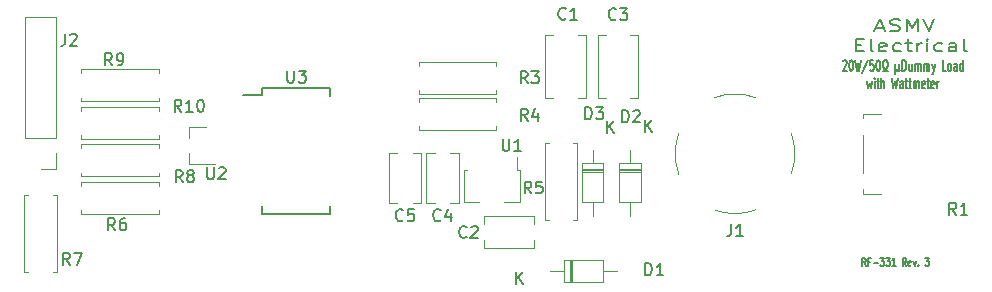
<source format=gbr>
%TF.GenerationSoftware,KiCad,Pcbnew,(5.1.6-0-10_14)*%
%TF.CreationDate,2021-03-20T13:28:09-06:00*%
%TF.ProjectId,rf_dummy_50ohm_20W,72665f64-756d-46d7-995f-35306f686d5f,rev?*%
%TF.SameCoordinates,Original*%
%TF.FileFunction,Legend,Top*%
%TF.FilePolarity,Positive*%
%FSLAX46Y46*%
G04 Gerber Fmt 4.6, Leading zero omitted, Abs format (unit mm)*
G04 Created by KiCad (PCBNEW (5.1.6-0-10_14)) date 2021-03-20 13:28:09*
%MOMM*%
%LPD*%
G01*
G04 APERTURE LIST*
%ADD10C,0.127000*%
%ADD11C,0.190500*%
%ADD12C,0.120000*%
%ADD13C,0.150000*%
%ADD14O,1.700000X1.700000*%
%ADD15C,1.700000*%
%ADD16O,1.600000X1.600000*%
%ADD17R,1.600000X1.600000*%
%ADD18R,7.100000X7.100000*%
%ADD19R,3.600000X2.100000*%
%ADD20C,2.100000*%
%ADD21C,3.100000*%
%ADD22R,1.850000X0.550000*%
%ADD23R,1.000000X0.900000*%
%ADD24C,0.100000*%
%ADD25R,1.000000X1.400000*%
%ADD26O,1.800000X1.800000*%
%ADD27R,1.800000X1.800000*%
G04 APERTURE END LIST*
D10*
X187349190Y-107221261D02*
X187179857Y-106918880D01*
X187058904Y-107221261D02*
X187058904Y-106586261D01*
X187252428Y-106586261D01*
X187300809Y-106616500D01*
X187325000Y-106646738D01*
X187349190Y-106707214D01*
X187349190Y-106797928D01*
X187325000Y-106858404D01*
X187300809Y-106888642D01*
X187252428Y-106918880D01*
X187058904Y-106918880D01*
X187736238Y-106888642D02*
X187566904Y-106888642D01*
X187566904Y-107221261D02*
X187566904Y-106586261D01*
X187808809Y-106586261D01*
X188002333Y-106979357D02*
X188389380Y-106979357D01*
X188582904Y-106586261D02*
X188897380Y-106586261D01*
X188728047Y-106828166D01*
X188800619Y-106828166D01*
X188849000Y-106858404D01*
X188873190Y-106888642D01*
X188897380Y-106949119D01*
X188897380Y-107100309D01*
X188873190Y-107160785D01*
X188849000Y-107191023D01*
X188800619Y-107221261D01*
X188655476Y-107221261D01*
X188607095Y-107191023D01*
X188582904Y-107160785D01*
X189066714Y-106586261D02*
X189381190Y-106586261D01*
X189211857Y-106828166D01*
X189284428Y-106828166D01*
X189332809Y-106858404D01*
X189357000Y-106888642D01*
X189381190Y-106949119D01*
X189381190Y-107100309D01*
X189357000Y-107160785D01*
X189332809Y-107191023D01*
X189284428Y-107221261D01*
X189139285Y-107221261D01*
X189090904Y-107191023D01*
X189066714Y-107160785D01*
X189865000Y-107221261D02*
X189574714Y-107221261D01*
X189719857Y-107221261D02*
X189719857Y-106586261D01*
X189671476Y-106676976D01*
X189623095Y-106737452D01*
X189574714Y-106767690D01*
X190760047Y-107221261D02*
X190590714Y-106918880D01*
X190469761Y-107221261D02*
X190469761Y-106586261D01*
X190663285Y-106586261D01*
X190711666Y-106616500D01*
X190735857Y-106646738D01*
X190760047Y-106707214D01*
X190760047Y-106797928D01*
X190735857Y-106858404D01*
X190711666Y-106888642D01*
X190663285Y-106918880D01*
X190469761Y-106918880D01*
X191171285Y-107191023D02*
X191122904Y-107221261D01*
X191026142Y-107221261D01*
X190977761Y-107191023D01*
X190953571Y-107130547D01*
X190953571Y-106888642D01*
X190977761Y-106828166D01*
X191026142Y-106797928D01*
X191122904Y-106797928D01*
X191171285Y-106828166D01*
X191195476Y-106888642D01*
X191195476Y-106949119D01*
X190953571Y-107009595D01*
X191364809Y-106797928D02*
X191485761Y-107221261D01*
X191606714Y-106797928D01*
X191800238Y-107160785D02*
X191824428Y-107191023D01*
X191800238Y-107221261D01*
X191776047Y-107191023D01*
X191800238Y-107160785D01*
X191800238Y-107221261D01*
X192380809Y-106586261D02*
X192695285Y-106586261D01*
X192525952Y-106828166D01*
X192598523Y-106828166D01*
X192646904Y-106858404D01*
X192671095Y-106888642D01*
X192695285Y-106949119D01*
X192695285Y-107100309D01*
X192671095Y-107160785D01*
X192646904Y-107191023D01*
X192598523Y-107221261D01*
X192453380Y-107221261D01*
X192405000Y-107191023D01*
X192380809Y-107160785D01*
D11*
X188207952Y-87069083D02*
X188873190Y-87069083D01*
X188074904Y-87359369D02*
X188540571Y-86343369D01*
X189006238Y-87359369D01*
X189405380Y-87310988D02*
X189604952Y-87359369D01*
X189937571Y-87359369D01*
X190070619Y-87310988D01*
X190137142Y-87262607D01*
X190203666Y-87165845D01*
X190203666Y-87069083D01*
X190137142Y-86972321D01*
X190070619Y-86923940D01*
X189937571Y-86875559D01*
X189671476Y-86827178D01*
X189538428Y-86778797D01*
X189471904Y-86730416D01*
X189405380Y-86633654D01*
X189405380Y-86536892D01*
X189471904Y-86440130D01*
X189538428Y-86391750D01*
X189671476Y-86343369D01*
X190004095Y-86343369D01*
X190203666Y-86391750D01*
X190802380Y-87359369D02*
X190802380Y-86343369D01*
X191268047Y-87069083D01*
X191733714Y-86343369D01*
X191733714Y-87359369D01*
X192199380Y-86343369D02*
X192665047Y-87359369D01*
X193130714Y-86343369D01*
X186511595Y-88541678D02*
X186977261Y-88541678D01*
X187176833Y-89073869D02*
X186511595Y-89073869D01*
X186511595Y-88057869D01*
X187176833Y-88057869D01*
X187975119Y-89073869D02*
X187842071Y-89025488D01*
X187775547Y-88928726D01*
X187775547Y-88057869D01*
X189039500Y-89025488D02*
X188906452Y-89073869D01*
X188640357Y-89073869D01*
X188507309Y-89025488D01*
X188440785Y-88928726D01*
X188440785Y-88541678D01*
X188507309Y-88444916D01*
X188640357Y-88396535D01*
X188906452Y-88396535D01*
X189039500Y-88444916D01*
X189106023Y-88541678D01*
X189106023Y-88638440D01*
X188440785Y-88735202D01*
X190303452Y-89025488D02*
X190170404Y-89073869D01*
X189904309Y-89073869D01*
X189771261Y-89025488D01*
X189704738Y-88977107D01*
X189638214Y-88880345D01*
X189638214Y-88590059D01*
X189704738Y-88493297D01*
X189771261Y-88444916D01*
X189904309Y-88396535D01*
X190170404Y-88396535D01*
X190303452Y-88444916D01*
X190702595Y-88396535D02*
X191234785Y-88396535D01*
X190902166Y-88057869D02*
X190902166Y-88928726D01*
X190968690Y-89025488D01*
X191101738Y-89073869D01*
X191234785Y-89073869D01*
X191700452Y-89073869D02*
X191700452Y-88396535D01*
X191700452Y-88590059D02*
X191766976Y-88493297D01*
X191833500Y-88444916D01*
X191966547Y-88396535D01*
X192099595Y-88396535D01*
X192565261Y-89073869D02*
X192565261Y-88396535D01*
X192565261Y-88057869D02*
X192498738Y-88106250D01*
X192565261Y-88154630D01*
X192631785Y-88106250D01*
X192565261Y-88057869D01*
X192565261Y-88154630D01*
X193829214Y-89025488D02*
X193696166Y-89073869D01*
X193430071Y-89073869D01*
X193297023Y-89025488D01*
X193230500Y-88977107D01*
X193163976Y-88880345D01*
X193163976Y-88590059D01*
X193230500Y-88493297D01*
X193297023Y-88444916D01*
X193430071Y-88396535D01*
X193696166Y-88396535D01*
X193829214Y-88444916D01*
X195026642Y-89073869D02*
X195026642Y-88541678D01*
X194960119Y-88444916D01*
X194827071Y-88396535D01*
X194560976Y-88396535D01*
X194427928Y-88444916D01*
X195026642Y-89025488D02*
X194893595Y-89073869D01*
X194560976Y-89073869D01*
X194427928Y-89025488D01*
X194361404Y-88928726D01*
X194361404Y-88831964D01*
X194427928Y-88735202D01*
X194560976Y-88686821D01*
X194893595Y-88686821D01*
X195026642Y-88638440D01*
X195891452Y-89073869D02*
X195758404Y-89025488D01*
X195691880Y-88928726D01*
X195691880Y-88057869D01*
D10*
X185417580Y-89926583D02*
X185444190Y-89884250D01*
X185497409Y-89841916D01*
X185630457Y-89841916D01*
X185683676Y-89884250D01*
X185710285Y-89926583D01*
X185736895Y-90011250D01*
X185736895Y-90095916D01*
X185710285Y-90222916D01*
X185390971Y-90730916D01*
X185736895Y-90730916D01*
X186082819Y-89841916D02*
X186136038Y-89841916D01*
X186189257Y-89884250D01*
X186215866Y-89926583D01*
X186242476Y-90011250D01*
X186269085Y-90180583D01*
X186269085Y-90392250D01*
X186242476Y-90561583D01*
X186215866Y-90646250D01*
X186189257Y-90688583D01*
X186136038Y-90730916D01*
X186082819Y-90730916D01*
X186029600Y-90688583D01*
X186002990Y-90646250D01*
X185976380Y-90561583D01*
X185949771Y-90392250D01*
X185949771Y-90180583D01*
X185976380Y-90011250D01*
X186002990Y-89926583D01*
X186029600Y-89884250D01*
X186082819Y-89841916D01*
X186455352Y-89841916D02*
X186588400Y-90730916D01*
X186694838Y-90095916D01*
X186801276Y-90730916D01*
X186934323Y-89841916D01*
X187546342Y-89799583D02*
X187067371Y-90942583D01*
X187998704Y-89841916D02*
X187732609Y-89841916D01*
X187706000Y-90265250D01*
X187732609Y-90222916D01*
X187785828Y-90180583D01*
X187918876Y-90180583D01*
X187972095Y-90222916D01*
X187998704Y-90265250D01*
X188025314Y-90349916D01*
X188025314Y-90561583D01*
X187998704Y-90646250D01*
X187972095Y-90688583D01*
X187918876Y-90730916D01*
X187785828Y-90730916D01*
X187732609Y-90688583D01*
X187706000Y-90646250D01*
X188371238Y-89841916D02*
X188424457Y-89841916D01*
X188477676Y-89884250D01*
X188504285Y-89926583D01*
X188530895Y-90011250D01*
X188557504Y-90180583D01*
X188557504Y-90392250D01*
X188530895Y-90561583D01*
X188504285Y-90646250D01*
X188477676Y-90688583D01*
X188424457Y-90730916D01*
X188371238Y-90730916D01*
X188318019Y-90688583D01*
X188291409Y-90646250D01*
X188264800Y-90561583D01*
X188238190Y-90392250D01*
X188238190Y-90180583D01*
X188264800Y-90011250D01*
X188291409Y-89926583D01*
X188318019Y-89884250D01*
X188371238Y-89841916D01*
X188770380Y-90730916D02*
X188903428Y-90730916D01*
X188903428Y-90561583D01*
X188850209Y-90519250D01*
X188796990Y-90434583D01*
X188770380Y-90307583D01*
X188770380Y-90095916D01*
X188796990Y-89968916D01*
X188850209Y-89884250D01*
X188930038Y-89841916D01*
X189036476Y-89841916D01*
X189116304Y-89884250D01*
X189169523Y-89968916D01*
X189196133Y-90095916D01*
X189196133Y-90307583D01*
X189169523Y-90434583D01*
X189116304Y-90519250D01*
X189063085Y-90561583D01*
X189063085Y-90730916D01*
X189196133Y-90730916D01*
X189861371Y-90138250D02*
X189861371Y-91027250D01*
X190127466Y-90603916D02*
X190154076Y-90688583D01*
X190207295Y-90730916D01*
X189861371Y-90603916D02*
X189887980Y-90688583D01*
X189941200Y-90730916D01*
X190047638Y-90730916D01*
X190100857Y-90688583D01*
X190127466Y-90603916D01*
X190127466Y-90138250D01*
X190446780Y-90730916D02*
X190446780Y-89841916D01*
X190579828Y-89841916D01*
X190659657Y-89884250D01*
X190712876Y-89968916D01*
X190739485Y-90053583D01*
X190766095Y-90222916D01*
X190766095Y-90349916D01*
X190739485Y-90519250D01*
X190712876Y-90603916D01*
X190659657Y-90688583D01*
X190579828Y-90730916D01*
X190446780Y-90730916D01*
X191245066Y-90138250D02*
X191245066Y-90730916D01*
X191005580Y-90138250D02*
X191005580Y-90603916D01*
X191032190Y-90688583D01*
X191085409Y-90730916D01*
X191165238Y-90730916D01*
X191218457Y-90688583D01*
X191245066Y-90646250D01*
X191511161Y-90730916D02*
X191511161Y-90138250D01*
X191511161Y-90222916D02*
X191537771Y-90180583D01*
X191590990Y-90138250D01*
X191670819Y-90138250D01*
X191724038Y-90180583D01*
X191750647Y-90265250D01*
X191750647Y-90730916D01*
X191750647Y-90265250D02*
X191777257Y-90180583D01*
X191830476Y-90138250D01*
X191910304Y-90138250D01*
X191963523Y-90180583D01*
X191990133Y-90265250D01*
X191990133Y-90730916D01*
X192256228Y-90730916D02*
X192256228Y-90138250D01*
X192256228Y-90222916D02*
X192282838Y-90180583D01*
X192336057Y-90138250D01*
X192415885Y-90138250D01*
X192469104Y-90180583D01*
X192495714Y-90265250D01*
X192495714Y-90730916D01*
X192495714Y-90265250D02*
X192522323Y-90180583D01*
X192575542Y-90138250D01*
X192655371Y-90138250D01*
X192708590Y-90180583D01*
X192735200Y-90265250D01*
X192735200Y-90730916D01*
X192948076Y-90138250D02*
X193081123Y-90730916D01*
X193214171Y-90138250D02*
X193081123Y-90730916D01*
X193027904Y-90942583D01*
X193001295Y-90984916D01*
X192948076Y-91027250D01*
X194118895Y-90730916D02*
X193852800Y-90730916D01*
X193852800Y-89841916D01*
X194384990Y-90730916D02*
X194331771Y-90688583D01*
X194305161Y-90646250D01*
X194278552Y-90561583D01*
X194278552Y-90307583D01*
X194305161Y-90222916D01*
X194331771Y-90180583D01*
X194384990Y-90138250D01*
X194464819Y-90138250D01*
X194518038Y-90180583D01*
X194544647Y-90222916D01*
X194571257Y-90307583D01*
X194571257Y-90561583D01*
X194544647Y-90646250D01*
X194518038Y-90688583D01*
X194464819Y-90730916D01*
X194384990Y-90730916D01*
X195050228Y-90730916D02*
X195050228Y-90265250D01*
X195023619Y-90180583D01*
X194970400Y-90138250D01*
X194863961Y-90138250D01*
X194810742Y-90180583D01*
X195050228Y-90688583D02*
X194997009Y-90730916D01*
X194863961Y-90730916D01*
X194810742Y-90688583D01*
X194784133Y-90603916D01*
X194784133Y-90519250D01*
X194810742Y-90434583D01*
X194863961Y-90392250D01*
X194997009Y-90392250D01*
X195050228Y-90349916D01*
X195555809Y-90730916D02*
X195555809Y-89841916D01*
X195555809Y-90688583D02*
X195502590Y-90730916D01*
X195396152Y-90730916D01*
X195342933Y-90688583D01*
X195316323Y-90646250D01*
X195289714Y-90561583D01*
X195289714Y-90307583D01*
X195316323Y-90222916D01*
X195342933Y-90180583D01*
X195396152Y-90138250D01*
X195502590Y-90138250D01*
X195555809Y-90180583D01*
X187453209Y-91598750D02*
X187559647Y-92191416D01*
X187666085Y-91768083D01*
X187772523Y-92191416D01*
X187878961Y-91598750D01*
X188091838Y-92191416D02*
X188091838Y-91598750D01*
X188091838Y-91302416D02*
X188065228Y-91344750D01*
X188091838Y-91387083D01*
X188118447Y-91344750D01*
X188091838Y-91302416D01*
X188091838Y-91387083D01*
X188278104Y-91598750D02*
X188490980Y-91598750D01*
X188357933Y-91302416D02*
X188357933Y-92064416D01*
X188384542Y-92149083D01*
X188437761Y-92191416D01*
X188490980Y-92191416D01*
X188677247Y-92191416D02*
X188677247Y-91302416D01*
X188916733Y-92191416D02*
X188916733Y-91725750D01*
X188890123Y-91641083D01*
X188836904Y-91598750D01*
X188757076Y-91598750D01*
X188703857Y-91641083D01*
X188677247Y-91683416D01*
X189555361Y-91302416D02*
X189688409Y-92191416D01*
X189794847Y-91556416D01*
X189901285Y-92191416D01*
X190034333Y-91302416D01*
X190486695Y-92191416D02*
X190486695Y-91725750D01*
X190460085Y-91641083D01*
X190406866Y-91598750D01*
X190300428Y-91598750D01*
X190247209Y-91641083D01*
X190486695Y-92149083D02*
X190433476Y-92191416D01*
X190300428Y-92191416D01*
X190247209Y-92149083D01*
X190220600Y-92064416D01*
X190220600Y-91979750D01*
X190247209Y-91895083D01*
X190300428Y-91852750D01*
X190433476Y-91852750D01*
X190486695Y-91810416D01*
X190672961Y-91598750D02*
X190885838Y-91598750D01*
X190752790Y-91302416D02*
X190752790Y-92064416D01*
X190779400Y-92149083D01*
X190832619Y-92191416D01*
X190885838Y-92191416D01*
X190992276Y-91598750D02*
X191205152Y-91598750D01*
X191072104Y-91302416D02*
X191072104Y-92064416D01*
X191098714Y-92149083D01*
X191151933Y-92191416D01*
X191205152Y-92191416D01*
X191391419Y-92191416D02*
X191391419Y-91598750D01*
X191391419Y-91683416D02*
X191418028Y-91641083D01*
X191471247Y-91598750D01*
X191551076Y-91598750D01*
X191604295Y-91641083D01*
X191630904Y-91725750D01*
X191630904Y-92191416D01*
X191630904Y-91725750D02*
X191657514Y-91641083D01*
X191710733Y-91598750D01*
X191790561Y-91598750D01*
X191843780Y-91641083D01*
X191870390Y-91725750D01*
X191870390Y-92191416D01*
X192349361Y-92149083D02*
X192296142Y-92191416D01*
X192189704Y-92191416D01*
X192136485Y-92149083D01*
X192109876Y-92064416D01*
X192109876Y-91725750D01*
X192136485Y-91641083D01*
X192189704Y-91598750D01*
X192296142Y-91598750D01*
X192349361Y-91641083D01*
X192375971Y-91725750D01*
X192375971Y-91810416D01*
X192109876Y-91895083D01*
X192535628Y-91598750D02*
X192748504Y-91598750D01*
X192615457Y-91302416D02*
X192615457Y-92064416D01*
X192642066Y-92149083D01*
X192695285Y-92191416D01*
X192748504Y-92191416D01*
X193147647Y-92149083D02*
X193094428Y-92191416D01*
X192987990Y-92191416D01*
X192934771Y-92149083D01*
X192908161Y-92064416D01*
X192908161Y-91725750D01*
X192934771Y-91641083D01*
X192987990Y-91598750D01*
X193094428Y-91598750D01*
X193147647Y-91641083D01*
X193174257Y-91725750D01*
X193174257Y-91810416D01*
X192908161Y-91895083D01*
X193413742Y-92191416D02*
X193413742Y-91598750D01*
X193413742Y-91768083D02*
X193440352Y-91683416D01*
X193466961Y-91641083D01*
X193520180Y-91598750D01*
X193573400Y-91598750D01*
D12*
%TO.C,R10*%
X120936000Y-94083000D02*
X120936000Y-93753000D01*
X120936000Y-93753000D02*
X127476000Y-93753000D01*
X127476000Y-93753000D02*
X127476000Y-94083000D01*
X120936000Y-96163000D02*
X120936000Y-96493000D01*
X120936000Y-96493000D02*
X127476000Y-96493000D01*
X127476000Y-96493000D02*
X127476000Y-96163000D01*
%TO.C,R9*%
X120936000Y-90908000D02*
X120936000Y-90578000D01*
X120936000Y-90578000D02*
X127476000Y-90578000D01*
X127476000Y-90578000D02*
X127476000Y-90908000D01*
X120936000Y-92988000D02*
X120936000Y-93318000D01*
X120936000Y-93318000D02*
X127476000Y-93318000D01*
X127476000Y-93318000D02*
X127476000Y-92988000D01*
%TO.C,R8*%
X127476000Y-99338000D02*
X127476000Y-99668000D01*
X127476000Y-99668000D02*
X120936000Y-99668000D01*
X120936000Y-99668000D02*
X120936000Y-99338000D01*
X127476000Y-97258000D02*
X127476000Y-96928000D01*
X127476000Y-96928000D02*
X120936000Y-96928000D01*
X120936000Y-96928000D02*
X120936000Y-97258000D01*
%TO.C,R7*%
X116435000Y-107791000D02*
X116105000Y-107791000D01*
X116105000Y-107791000D02*
X116105000Y-101251000D01*
X116105000Y-101251000D02*
X116435000Y-101251000D01*
X118515000Y-107791000D02*
X118845000Y-107791000D01*
X118845000Y-107791000D02*
X118845000Y-101251000D01*
X118845000Y-101251000D02*
X118515000Y-101251000D01*
%TO.C,R6*%
X127476000Y-102513000D02*
X127476000Y-102843000D01*
X127476000Y-102843000D02*
X120936000Y-102843000D01*
X120936000Y-102843000D02*
X120936000Y-102513000D01*
X127476000Y-100433000D02*
X127476000Y-100103000D01*
X127476000Y-100103000D02*
X120936000Y-100103000D01*
X120936000Y-100103000D02*
X120936000Y-100433000D01*
%TO.C,C4*%
X150846000Y-101922000D02*
X150141000Y-101922000D01*
X152881000Y-101922000D02*
X152176000Y-101922000D01*
X150846000Y-97682000D02*
X150141000Y-97682000D01*
X152881000Y-97682000D02*
X152176000Y-97682000D01*
X150141000Y-97682000D02*
X150141000Y-101922000D01*
X152881000Y-97682000D02*
X152881000Y-101922000D01*
%TO.C,C5*%
X147671000Y-101922000D02*
X146966000Y-101922000D01*
X149706000Y-101922000D02*
X149001000Y-101922000D01*
X147671000Y-97682000D02*
X146966000Y-97682000D01*
X149706000Y-97682000D02*
X149001000Y-97682000D01*
X146966000Y-97682000D02*
X146966000Y-101922000D01*
X149706000Y-97682000D02*
X149706000Y-101922000D01*
%TO.C,R5*%
X162584000Y-96806000D02*
X162914000Y-96806000D01*
X162914000Y-96806000D02*
X162914000Y-103346000D01*
X162914000Y-103346000D02*
X162584000Y-103346000D01*
X160504000Y-96806000D02*
X160174000Y-96806000D01*
X160174000Y-96806000D02*
X160174000Y-103346000D01*
X160174000Y-103346000D02*
X160504000Y-103346000D01*
%TO.C,R4*%
X149511000Y-93321000D02*
X149511000Y-92991000D01*
X149511000Y-92991000D02*
X156051000Y-92991000D01*
X156051000Y-92991000D02*
X156051000Y-93321000D01*
X149511000Y-95401000D02*
X149511000Y-95731000D01*
X149511000Y-95731000D02*
X156051000Y-95731000D01*
X156051000Y-95731000D02*
X156051000Y-95401000D01*
%TO.C,R3*%
X149511000Y-90273000D02*
X149511000Y-89943000D01*
X149511000Y-89943000D02*
X156051000Y-89943000D01*
X156051000Y-89943000D02*
X156051000Y-90273000D01*
X149511000Y-92353000D02*
X149511000Y-92683000D01*
X149511000Y-92683000D02*
X156051000Y-92683000D01*
X156051000Y-92683000D02*
X156051000Y-92353000D01*
%TO.C,D1*%
X161809000Y-106776000D02*
X161809000Y-108616000D01*
X161809000Y-108616000D02*
X165089000Y-108616000D01*
X165089000Y-108616000D02*
X165089000Y-106776000D01*
X165089000Y-106776000D02*
X161809000Y-106776000D01*
X160629000Y-107696000D02*
X161809000Y-107696000D01*
X166269000Y-107696000D02*
X165089000Y-107696000D01*
X162385000Y-106776000D02*
X162385000Y-108616000D01*
X162505000Y-106776000D02*
X162505000Y-108616000D01*
X162265000Y-106776000D02*
X162265000Y-108616000D01*
%TO.C,R1*%
X187148500Y-101140500D02*
X187148500Y-100740500D01*
X188648500Y-101140500D02*
X187148500Y-101140500D01*
X187148500Y-99340500D02*
X187148500Y-96140500D01*
X187148500Y-94340500D02*
X188648500Y-94340500D01*
X187148500Y-94690500D02*
X187148500Y-94340500D01*
%TO.C,C2*%
X159239000Y-105059000D02*
X159239000Y-105764000D01*
X159239000Y-103024000D02*
X159239000Y-103729000D01*
X154999000Y-105059000D02*
X154999000Y-105764000D01*
X154999000Y-103024000D02*
X154999000Y-103729000D01*
X154999000Y-105764000D02*
X159239000Y-105764000D01*
X154999000Y-103024000D02*
X159239000Y-103024000D01*
%TO.C,D3*%
X165131000Y-98563000D02*
X163291000Y-98563000D01*
X163291000Y-98563000D02*
X163291000Y-101843000D01*
X163291000Y-101843000D02*
X165131000Y-101843000D01*
X165131000Y-101843000D02*
X165131000Y-98563000D01*
X164211000Y-97383000D02*
X164211000Y-98563000D01*
X164211000Y-103023000D02*
X164211000Y-101843000D01*
X165131000Y-99139000D02*
X163291000Y-99139000D01*
X165131000Y-99259000D02*
X163291000Y-99259000D01*
X165131000Y-99019000D02*
X163291000Y-99019000D01*
%TO.C,J1*%
X181039589Y-99457663D02*
G75*
G03*
X181026000Y-95995000I-4763589J1712663D01*
G01*
X177988663Y-92981411D02*
G75*
G03*
X174526000Y-92995000I-1712663J-4763589D01*
G01*
X171512411Y-96032337D02*
G75*
G03*
X171526000Y-99495000I4763589J-1712663D01*
G01*
X174563337Y-102508589D02*
G75*
G03*
X178026000Y-102495000I1712663J4763589D01*
G01*
D13*
%TO.C,U3*%
X136254762Y-92761500D02*
X134654762Y-92761500D01*
X136254762Y-102836500D02*
X142004762Y-102836500D01*
X136254762Y-92186500D02*
X142004762Y-92186500D01*
X136254762Y-102836500D02*
X136254762Y-102186500D01*
X142004762Y-102836500D02*
X142004762Y-102186500D01*
X142004762Y-92186500D02*
X142004762Y-92836500D01*
X136254762Y-92186500D02*
X136254762Y-92761500D01*
D12*
%TO.C,U2*%
X130066000Y-95448000D02*
X131526000Y-95448000D01*
X130066000Y-98608000D02*
X132226000Y-98608000D01*
X130066000Y-98608000D02*
X130066000Y-97678000D01*
X130066000Y-95448000D02*
X130066000Y-96378000D01*
%TO.C,U1*%
X153318000Y-99142000D02*
X153548000Y-99142000D01*
X158038000Y-99142000D02*
X157808000Y-99142000D01*
X158038000Y-99142000D02*
X158038000Y-101862000D01*
X158038000Y-101862000D02*
X156728000Y-101862000D01*
X157808000Y-98002000D02*
X157808000Y-99142000D01*
X153318000Y-101862000D02*
X153318000Y-99142000D01*
X154628000Y-101862000D02*
X153318000Y-101862000D01*
%TO.C,J2*%
X118805000Y-98993000D02*
X117475000Y-98993000D01*
X118805000Y-97663000D02*
X118805000Y-98993000D01*
X118805000Y-96393000D02*
X116145000Y-96393000D01*
X116145000Y-96393000D02*
X116145000Y-86173000D01*
X118805000Y-96393000D02*
X118805000Y-86173000D01*
X118805000Y-86173000D02*
X116145000Y-86173000D01*
%TO.C,D2*%
X168306000Y-99019000D02*
X166466000Y-99019000D01*
X168306000Y-99259000D02*
X166466000Y-99259000D01*
X168306000Y-99139000D02*
X166466000Y-99139000D01*
X167386000Y-103023000D02*
X167386000Y-101843000D01*
X167386000Y-97383000D02*
X167386000Y-98563000D01*
X168306000Y-101843000D02*
X168306000Y-98563000D01*
X166466000Y-101843000D02*
X168306000Y-101843000D01*
X166466000Y-98563000D02*
X166466000Y-101843000D01*
X168306000Y-98563000D02*
X166466000Y-98563000D01*
%TO.C,C3*%
X167425000Y-87714000D02*
X168091000Y-87714000D01*
X164649000Y-87714000D02*
X165315000Y-87714000D01*
X167425000Y-93054000D02*
X168091000Y-93054000D01*
X164649000Y-93054000D02*
X165315000Y-93054000D01*
X168091000Y-93054000D02*
X168091000Y-87714000D01*
X164649000Y-93054000D02*
X164649000Y-87714000D01*
%TO.C,C1*%
X162980000Y-87667000D02*
X163646000Y-87667000D01*
X160204000Y-87667000D02*
X160870000Y-87667000D01*
X162980000Y-93007000D02*
X163646000Y-93007000D01*
X160204000Y-93007000D02*
X160870000Y-93007000D01*
X163646000Y-93007000D02*
X163646000Y-87667000D01*
X160204000Y-93007000D02*
X160204000Y-87667000D01*
%TO.C,R10*%
D13*
X129405142Y-94178380D02*
X129071809Y-93702190D01*
X128833714Y-94178380D02*
X128833714Y-93178380D01*
X129214666Y-93178380D01*
X129309904Y-93226000D01*
X129357523Y-93273619D01*
X129405142Y-93368857D01*
X129405142Y-93511714D01*
X129357523Y-93606952D01*
X129309904Y-93654571D01*
X129214666Y-93702190D01*
X128833714Y-93702190D01*
X130357523Y-94178380D02*
X129786095Y-94178380D01*
X130071809Y-94178380D02*
X130071809Y-93178380D01*
X129976571Y-93321238D01*
X129881333Y-93416476D01*
X129786095Y-93464095D01*
X130976571Y-93178380D02*
X131071809Y-93178380D01*
X131167047Y-93226000D01*
X131214666Y-93273619D01*
X131262285Y-93368857D01*
X131309904Y-93559333D01*
X131309904Y-93797428D01*
X131262285Y-93987904D01*
X131214666Y-94083142D01*
X131167047Y-94130761D01*
X131071809Y-94178380D01*
X130976571Y-94178380D01*
X130881333Y-94130761D01*
X130833714Y-94083142D01*
X130786095Y-93987904D01*
X130738476Y-93797428D01*
X130738476Y-93559333D01*
X130786095Y-93368857D01*
X130833714Y-93273619D01*
X130881333Y-93226000D01*
X130976571Y-93178380D01*
%TO.C,R9*%
X123531333Y-90241380D02*
X123198000Y-89765190D01*
X122959904Y-90241380D02*
X122959904Y-89241380D01*
X123340857Y-89241380D01*
X123436095Y-89289000D01*
X123483714Y-89336619D01*
X123531333Y-89431857D01*
X123531333Y-89574714D01*
X123483714Y-89669952D01*
X123436095Y-89717571D01*
X123340857Y-89765190D01*
X122959904Y-89765190D01*
X124007523Y-90241380D02*
X124198000Y-90241380D01*
X124293238Y-90193761D01*
X124340857Y-90146142D01*
X124436095Y-90003285D01*
X124483714Y-89812809D01*
X124483714Y-89431857D01*
X124436095Y-89336619D01*
X124388476Y-89289000D01*
X124293238Y-89241380D01*
X124102761Y-89241380D01*
X124007523Y-89289000D01*
X123959904Y-89336619D01*
X123912285Y-89431857D01*
X123912285Y-89669952D01*
X123959904Y-89765190D01*
X124007523Y-89812809D01*
X124102761Y-89860428D01*
X124293238Y-89860428D01*
X124388476Y-89812809D01*
X124436095Y-89765190D01*
X124483714Y-89669952D01*
%TO.C,R8*%
X129500333Y-100147380D02*
X129167000Y-99671190D01*
X128928904Y-100147380D02*
X128928904Y-99147380D01*
X129309857Y-99147380D01*
X129405095Y-99195000D01*
X129452714Y-99242619D01*
X129500333Y-99337857D01*
X129500333Y-99480714D01*
X129452714Y-99575952D01*
X129405095Y-99623571D01*
X129309857Y-99671190D01*
X128928904Y-99671190D01*
X130071761Y-99575952D02*
X129976523Y-99528333D01*
X129928904Y-99480714D01*
X129881285Y-99385476D01*
X129881285Y-99337857D01*
X129928904Y-99242619D01*
X129976523Y-99195000D01*
X130071761Y-99147380D01*
X130262238Y-99147380D01*
X130357476Y-99195000D01*
X130405095Y-99242619D01*
X130452714Y-99337857D01*
X130452714Y-99385476D01*
X130405095Y-99480714D01*
X130357476Y-99528333D01*
X130262238Y-99575952D01*
X130071761Y-99575952D01*
X129976523Y-99623571D01*
X129928904Y-99671190D01*
X129881285Y-99766428D01*
X129881285Y-99956904D01*
X129928904Y-100052142D01*
X129976523Y-100099761D01*
X130071761Y-100147380D01*
X130262238Y-100147380D01*
X130357476Y-100099761D01*
X130405095Y-100052142D01*
X130452714Y-99956904D01*
X130452714Y-99766428D01*
X130405095Y-99671190D01*
X130357476Y-99623571D01*
X130262238Y-99575952D01*
%TO.C,R7*%
X119975333Y-107132380D02*
X119642000Y-106656190D01*
X119403904Y-107132380D02*
X119403904Y-106132380D01*
X119784857Y-106132380D01*
X119880095Y-106180000D01*
X119927714Y-106227619D01*
X119975333Y-106322857D01*
X119975333Y-106465714D01*
X119927714Y-106560952D01*
X119880095Y-106608571D01*
X119784857Y-106656190D01*
X119403904Y-106656190D01*
X120308666Y-106132380D02*
X120975333Y-106132380D01*
X120546761Y-107132380D01*
%TO.C,R6*%
X123785333Y-104211380D02*
X123452000Y-103735190D01*
X123213904Y-104211380D02*
X123213904Y-103211380D01*
X123594857Y-103211380D01*
X123690095Y-103259000D01*
X123737714Y-103306619D01*
X123785333Y-103401857D01*
X123785333Y-103544714D01*
X123737714Y-103639952D01*
X123690095Y-103687571D01*
X123594857Y-103735190D01*
X123213904Y-103735190D01*
X124642476Y-103211380D02*
X124452000Y-103211380D01*
X124356761Y-103259000D01*
X124309142Y-103306619D01*
X124213904Y-103449476D01*
X124166285Y-103639952D01*
X124166285Y-104020904D01*
X124213904Y-104116142D01*
X124261523Y-104163761D01*
X124356761Y-104211380D01*
X124547238Y-104211380D01*
X124642476Y-104163761D01*
X124690095Y-104116142D01*
X124737714Y-104020904D01*
X124737714Y-103782809D01*
X124690095Y-103687571D01*
X124642476Y-103639952D01*
X124547238Y-103592333D01*
X124356761Y-103592333D01*
X124261523Y-103639952D01*
X124213904Y-103687571D01*
X124166285Y-103782809D01*
%TO.C,C4*%
X151344333Y-103354142D02*
X151296714Y-103401761D01*
X151153857Y-103449380D01*
X151058619Y-103449380D01*
X150915761Y-103401761D01*
X150820523Y-103306523D01*
X150772904Y-103211285D01*
X150725285Y-103020809D01*
X150725285Y-102877952D01*
X150772904Y-102687476D01*
X150820523Y-102592238D01*
X150915761Y-102497000D01*
X151058619Y-102449380D01*
X151153857Y-102449380D01*
X151296714Y-102497000D01*
X151344333Y-102544619D01*
X152201476Y-102782714D02*
X152201476Y-103449380D01*
X151963380Y-102401761D02*
X151725285Y-103116047D01*
X152344333Y-103116047D01*
%TO.C,C5*%
X148169333Y-103354142D02*
X148121714Y-103401761D01*
X147978857Y-103449380D01*
X147883619Y-103449380D01*
X147740761Y-103401761D01*
X147645523Y-103306523D01*
X147597904Y-103211285D01*
X147550285Y-103020809D01*
X147550285Y-102877952D01*
X147597904Y-102687476D01*
X147645523Y-102592238D01*
X147740761Y-102497000D01*
X147883619Y-102449380D01*
X147978857Y-102449380D01*
X148121714Y-102497000D01*
X148169333Y-102544619D01*
X149074095Y-102449380D02*
X148597904Y-102449380D01*
X148550285Y-102925571D01*
X148597904Y-102877952D01*
X148693142Y-102830333D01*
X148931238Y-102830333D01*
X149026476Y-102877952D01*
X149074095Y-102925571D01*
X149121714Y-103020809D01*
X149121714Y-103258904D01*
X149074095Y-103354142D01*
X149026476Y-103401761D01*
X148931238Y-103449380D01*
X148693142Y-103449380D01*
X148597904Y-103401761D01*
X148550285Y-103354142D01*
%TO.C,R5*%
X159027833Y-101099880D02*
X158694500Y-100623690D01*
X158456404Y-101099880D02*
X158456404Y-100099880D01*
X158837357Y-100099880D01*
X158932595Y-100147500D01*
X158980214Y-100195119D01*
X159027833Y-100290357D01*
X159027833Y-100433214D01*
X158980214Y-100528452D01*
X158932595Y-100576071D01*
X158837357Y-100623690D01*
X158456404Y-100623690D01*
X159932595Y-100099880D02*
X159456404Y-100099880D01*
X159408785Y-100576071D01*
X159456404Y-100528452D01*
X159551642Y-100480833D01*
X159789738Y-100480833D01*
X159884976Y-100528452D01*
X159932595Y-100576071D01*
X159980214Y-100671309D01*
X159980214Y-100909404D01*
X159932595Y-101004642D01*
X159884976Y-101052261D01*
X159789738Y-101099880D01*
X159551642Y-101099880D01*
X159456404Y-101052261D01*
X159408785Y-101004642D01*
%TO.C,R4*%
X158710333Y-94940380D02*
X158377000Y-94464190D01*
X158138904Y-94940380D02*
X158138904Y-93940380D01*
X158519857Y-93940380D01*
X158615095Y-93988000D01*
X158662714Y-94035619D01*
X158710333Y-94130857D01*
X158710333Y-94273714D01*
X158662714Y-94368952D01*
X158615095Y-94416571D01*
X158519857Y-94464190D01*
X158138904Y-94464190D01*
X159567476Y-94273714D02*
X159567476Y-94940380D01*
X159329380Y-93892761D02*
X159091285Y-94607047D01*
X159710333Y-94607047D01*
%TO.C,R3*%
X158710333Y-91765380D02*
X158377000Y-91289190D01*
X158138904Y-91765380D02*
X158138904Y-90765380D01*
X158519857Y-90765380D01*
X158615095Y-90813000D01*
X158662714Y-90860619D01*
X158710333Y-90955857D01*
X158710333Y-91098714D01*
X158662714Y-91193952D01*
X158615095Y-91241571D01*
X158519857Y-91289190D01*
X158138904Y-91289190D01*
X159043666Y-90765380D02*
X159662714Y-90765380D01*
X159329380Y-91146333D01*
X159472238Y-91146333D01*
X159567476Y-91193952D01*
X159615095Y-91241571D01*
X159662714Y-91336809D01*
X159662714Y-91574904D01*
X159615095Y-91670142D01*
X159567476Y-91717761D01*
X159472238Y-91765380D01*
X159186523Y-91765380D01*
X159091285Y-91717761D01*
X159043666Y-91670142D01*
%TO.C,D1*%
X168679904Y-108021380D02*
X168679904Y-107021380D01*
X168918000Y-107021380D01*
X169060857Y-107069000D01*
X169156095Y-107164238D01*
X169203714Y-107259476D01*
X169251333Y-107449952D01*
X169251333Y-107592809D01*
X169203714Y-107783285D01*
X169156095Y-107878523D01*
X169060857Y-107973761D01*
X168918000Y-108021380D01*
X168679904Y-108021380D01*
X170203714Y-108021380D02*
X169632285Y-108021380D01*
X169918000Y-108021380D02*
X169918000Y-107021380D01*
X169822761Y-107164238D01*
X169727523Y-107259476D01*
X169632285Y-107307095D01*
X157726095Y-108783380D02*
X157726095Y-107783380D01*
X158297523Y-108783380D02*
X157868952Y-108211952D01*
X158297523Y-107783380D02*
X157726095Y-108354809D01*
%TO.C,R1*%
X195002833Y-102891880D02*
X194669500Y-102415690D01*
X194431404Y-102891880D02*
X194431404Y-101891880D01*
X194812357Y-101891880D01*
X194907595Y-101939500D01*
X194955214Y-101987119D01*
X195002833Y-102082357D01*
X195002833Y-102225214D01*
X194955214Y-102320452D01*
X194907595Y-102368071D01*
X194812357Y-102415690D01*
X194431404Y-102415690D01*
X195955214Y-102891880D02*
X195383785Y-102891880D01*
X195669500Y-102891880D02*
X195669500Y-101891880D01*
X195574261Y-102034738D01*
X195479023Y-102129976D01*
X195383785Y-102177595D01*
%TO.C,C2*%
X153543333Y-104775642D02*
X153495714Y-104823261D01*
X153352857Y-104870880D01*
X153257619Y-104870880D01*
X153114761Y-104823261D01*
X153019523Y-104728023D01*
X152971904Y-104632785D01*
X152924285Y-104442309D01*
X152924285Y-104299452D01*
X152971904Y-104108976D01*
X153019523Y-104013738D01*
X153114761Y-103918500D01*
X153257619Y-103870880D01*
X153352857Y-103870880D01*
X153495714Y-103918500D01*
X153543333Y-103966119D01*
X153924285Y-103966119D02*
X153971904Y-103918500D01*
X154067142Y-103870880D01*
X154305238Y-103870880D01*
X154400476Y-103918500D01*
X154448095Y-103966119D01*
X154495714Y-104061357D01*
X154495714Y-104156595D01*
X154448095Y-104299452D01*
X153876666Y-104870880D01*
X154495714Y-104870880D01*
%TO.C,D3*%
X163599904Y-94813380D02*
X163599904Y-93813380D01*
X163838000Y-93813380D01*
X163980857Y-93861000D01*
X164076095Y-93956238D01*
X164123714Y-94051476D01*
X164171333Y-94241952D01*
X164171333Y-94384809D01*
X164123714Y-94575285D01*
X164076095Y-94670523D01*
X163980857Y-94765761D01*
X163838000Y-94813380D01*
X163599904Y-94813380D01*
X164504666Y-93813380D02*
X165123714Y-93813380D01*
X164790380Y-94194333D01*
X164933238Y-94194333D01*
X165028476Y-94241952D01*
X165076095Y-94289571D01*
X165123714Y-94384809D01*
X165123714Y-94622904D01*
X165076095Y-94718142D01*
X165028476Y-94765761D01*
X164933238Y-94813380D01*
X164647523Y-94813380D01*
X164552285Y-94765761D01*
X164504666Y-94718142D01*
X165473095Y-95956380D02*
X165473095Y-94956380D01*
X166044523Y-95956380D02*
X165615952Y-95384952D01*
X166044523Y-94956380D02*
X165473095Y-95527809D01*
%TO.C,J1*%
X175942666Y-103719380D02*
X175942666Y-104433666D01*
X175895047Y-104576523D01*
X175799809Y-104671761D01*
X175656952Y-104719380D01*
X175561714Y-104719380D01*
X176942666Y-104719380D02*
X176371238Y-104719380D01*
X176656952Y-104719380D02*
X176656952Y-103719380D01*
X176561714Y-103862238D01*
X176466476Y-103957476D01*
X176371238Y-104005095D01*
%TO.C,U3*%
X138367857Y-90713880D02*
X138367857Y-91523404D01*
X138415476Y-91618642D01*
X138463095Y-91666261D01*
X138558333Y-91713880D01*
X138748809Y-91713880D01*
X138844047Y-91666261D01*
X138891666Y-91618642D01*
X138939285Y-91523404D01*
X138939285Y-90713880D01*
X139320238Y-90713880D02*
X139939285Y-90713880D01*
X139605952Y-91094833D01*
X139748809Y-91094833D01*
X139844047Y-91142452D01*
X139891666Y-91190071D01*
X139939285Y-91285309D01*
X139939285Y-91523404D01*
X139891666Y-91618642D01*
X139844047Y-91666261D01*
X139748809Y-91713880D01*
X139463095Y-91713880D01*
X139367857Y-91666261D01*
X139320238Y-91618642D01*
%TO.C,U2*%
X131572095Y-98893380D02*
X131572095Y-99702904D01*
X131619714Y-99798142D01*
X131667333Y-99845761D01*
X131762571Y-99893380D01*
X131953047Y-99893380D01*
X132048285Y-99845761D01*
X132095904Y-99798142D01*
X132143523Y-99702904D01*
X132143523Y-98893380D01*
X132572095Y-98988619D02*
X132619714Y-98941000D01*
X132714952Y-98893380D01*
X132953047Y-98893380D01*
X133048285Y-98941000D01*
X133095904Y-98988619D01*
X133143523Y-99083857D01*
X133143523Y-99179095D01*
X133095904Y-99321952D01*
X132524476Y-99893380D01*
X133143523Y-99893380D01*
%TO.C,U1*%
X156591095Y-96480380D02*
X156591095Y-97289904D01*
X156638714Y-97385142D01*
X156686333Y-97432761D01*
X156781571Y-97480380D01*
X156972047Y-97480380D01*
X157067285Y-97432761D01*
X157114904Y-97385142D01*
X157162523Y-97289904D01*
X157162523Y-96480380D01*
X158162523Y-97480380D02*
X157591095Y-97480380D01*
X157876809Y-97480380D02*
X157876809Y-96480380D01*
X157781571Y-96623238D01*
X157686333Y-96718476D01*
X157591095Y-96766095D01*
%TO.C,J2*%
X119554666Y-87590380D02*
X119554666Y-88304666D01*
X119507047Y-88447523D01*
X119411809Y-88542761D01*
X119268952Y-88590380D01*
X119173714Y-88590380D01*
X119983238Y-87685619D02*
X120030857Y-87638000D01*
X120126095Y-87590380D01*
X120364190Y-87590380D01*
X120459428Y-87638000D01*
X120507047Y-87685619D01*
X120554666Y-87780857D01*
X120554666Y-87876095D01*
X120507047Y-88018952D01*
X119935619Y-88590380D01*
X120554666Y-88590380D01*
%TO.C,D2*%
X166711404Y-95067380D02*
X166711404Y-94067380D01*
X166949500Y-94067380D01*
X167092357Y-94115000D01*
X167187595Y-94210238D01*
X167235214Y-94305476D01*
X167282833Y-94495952D01*
X167282833Y-94638809D01*
X167235214Y-94829285D01*
X167187595Y-94924523D01*
X167092357Y-95019761D01*
X166949500Y-95067380D01*
X166711404Y-95067380D01*
X167663785Y-94162619D02*
X167711404Y-94115000D01*
X167806642Y-94067380D01*
X168044738Y-94067380D01*
X168139976Y-94115000D01*
X168187595Y-94162619D01*
X168235214Y-94257857D01*
X168235214Y-94353095D01*
X168187595Y-94495952D01*
X167616166Y-95067380D01*
X168235214Y-95067380D01*
X168648095Y-95892880D02*
X168648095Y-94892880D01*
X169219523Y-95892880D02*
X168790952Y-95321452D01*
X169219523Y-94892880D02*
X168648095Y-95464309D01*
%TO.C,C3*%
X166203333Y-86336142D02*
X166155714Y-86383761D01*
X166012857Y-86431380D01*
X165917619Y-86431380D01*
X165774761Y-86383761D01*
X165679523Y-86288523D01*
X165631904Y-86193285D01*
X165584285Y-86002809D01*
X165584285Y-85859952D01*
X165631904Y-85669476D01*
X165679523Y-85574238D01*
X165774761Y-85479000D01*
X165917619Y-85431380D01*
X166012857Y-85431380D01*
X166155714Y-85479000D01*
X166203333Y-85526619D01*
X166536666Y-85431380D02*
X167155714Y-85431380D01*
X166822380Y-85812333D01*
X166965238Y-85812333D01*
X167060476Y-85859952D01*
X167108095Y-85907571D01*
X167155714Y-86002809D01*
X167155714Y-86240904D01*
X167108095Y-86336142D01*
X167060476Y-86383761D01*
X166965238Y-86431380D01*
X166679523Y-86431380D01*
X166584285Y-86383761D01*
X166536666Y-86336142D01*
%TO.C,C1*%
X161947571Y-86289142D02*
X161899952Y-86336761D01*
X161757095Y-86384380D01*
X161661857Y-86384380D01*
X161518999Y-86336761D01*
X161423761Y-86241523D01*
X161376142Y-86146285D01*
X161328523Y-85955809D01*
X161328523Y-85812952D01*
X161376142Y-85622476D01*
X161423761Y-85527238D01*
X161518999Y-85432000D01*
X161661857Y-85384380D01*
X161757095Y-85384380D01*
X161899952Y-85432000D01*
X161947571Y-85479619D01*
X162899952Y-86384380D02*
X162328523Y-86384380D01*
X162614238Y-86384380D02*
X162614238Y-85384380D01*
X162518999Y-85527238D01*
X162423761Y-85622476D01*
X162328523Y-85670095D01*
%TD*%
%LPC*%
D14*
%TO.C,R10*%
X128016000Y-95123000D03*
D15*
X120396000Y-95123000D03*
%TD*%
D14*
%TO.C,R9*%
X128016000Y-91948000D03*
D15*
X120396000Y-91948000D03*
%TD*%
D14*
%TO.C,R8*%
X120396000Y-98298000D03*
D15*
X128016000Y-98298000D03*
%TD*%
D14*
%TO.C,R7*%
X117475000Y-100711000D03*
D15*
X117475000Y-108331000D03*
%TD*%
D14*
%TO.C,R6*%
X120396000Y-101473000D03*
D15*
X128016000Y-101473000D03*
%TD*%
%TO.C,C4*%
X151511000Y-101052000D03*
X151511000Y-98552000D03*
%TD*%
%TO.C,C5*%
X148336000Y-101052000D03*
X148336000Y-98552000D03*
%TD*%
D14*
%TO.C,R5*%
X161544000Y-103886000D03*
D15*
X161544000Y-96266000D03*
%TD*%
D14*
%TO.C,R4*%
X156591000Y-94361000D03*
D15*
X148971000Y-94361000D03*
%TD*%
D14*
%TO.C,R3*%
X156591000Y-91313000D03*
D15*
X148971000Y-91313000D03*
%TD*%
D16*
%TO.C,D1*%
X167259000Y-107696000D03*
D17*
X159639000Y-107696000D03*
%TD*%
D18*
%TO.C,R1*%
X192248500Y-97740500D03*
D19*
X184848500Y-100020500D03*
X184848500Y-95440500D03*
%TD*%
D15*
%TO.C,C2*%
X158369000Y-104394000D03*
X155869000Y-104394000D03*
%TD*%
D16*
%TO.C,D3*%
X164211000Y-104013000D03*
D17*
X164211000Y-96393000D03*
%TD*%
D20*
%TO.C,U4*%
X125667762Y-88461500D03*
X128207762Y-88461500D03*
X130747762Y-88461500D03*
X133287762Y-88461500D03*
X135827762Y-88461500D03*
X138367762Y-88461500D03*
X140907762Y-88461500D03*
X143447762Y-88461500D03*
X145987762Y-88461500D03*
X148527762Y-88461500D03*
X151067762Y-88461500D03*
X153607762Y-88461500D03*
X153607762Y-106561500D03*
X151067762Y-106561500D03*
X148527762Y-106561500D03*
X145987762Y-106561500D03*
X143447762Y-106561500D03*
X140907762Y-106561500D03*
X138367762Y-106561500D03*
X135827762Y-106561500D03*
X133287762Y-106561500D03*
X130747762Y-106561500D03*
X128207762Y-106561500D03*
X125667762Y-106561500D03*
%TD*%
D21*
%TO.C,J1*%
X179406000Y-100875000D03*
X176276000Y-97745000D03*
X173146000Y-100875000D03*
X179406000Y-94615000D03*
X173146000Y-94615000D03*
%TD*%
D22*
%TO.C,U3*%
X142729762Y-93286500D03*
X142729762Y-93936500D03*
X142729762Y-94586500D03*
X142729762Y-95236500D03*
X142729762Y-95886500D03*
X142729762Y-96536500D03*
X142729762Y-97186500D03*
X142729762Y-97836500D03*
X142729762Y-98486500D03*
X142729762Y-99136500D03*
X142729762Y-99786500D03*
X142729762Y-100436500D03*
X142729762Y-101086500D03*
X142729762Y-101736500D03*
X135529762Y-101736500D03*
X135529762Y-101086500D03*
X135529762Y-100436500D03*
X135529762Y-99786500D03*
X135529762Y-99136500D03*
X135529762Y-98486500D03*
X135529762Y-97836500D03*
X135529762Y-97186500D03*
X135529762Y-96536500D03*
X135529762Y-95886500D03*
X135529762Y-95236500D03*
X135529762Y-94586500D03*
X135529762Y-93936500D03*
X135529762Y-93286500D03*
%TD*%
D23*
%TO.C,U2*%
X129826000Y-97028000D03*
X131826000Y-96078000D03*
X131826000Y-97978000D03*
%TD*%
D24*
%TO.C,U1*%
G36*
X156593539Y-102511755D02*
G01*
X156590694Y-102521134D01*
X156586073Y-102529779D01*
X156579855Y-102537355D01*
X156572279Y-102543573D01*
X156563634Y-102548194D01*
X156554255Y-102551039D01*
X156544500Y-102552000D01*
X154811500Y-102552000D01*
X154801745Y-102551039D01*
X154792366Y-102548194D01*
X154783721Y-102543573D01*
X154776145Y-102537355D01*
X154769927Y-102529779D01*
X154765306Y-102521134D01*
X154762461Y-102511755D01*
X154761500Y-102502000D01*
X154761500Y-99377000D01*
X154762461Y-99367245D01*
X154765306Y-99357866D01*
X154769927Y-99349221D01*
X154776145Y-99341645D01*
X154783721Y-99335427D01*
X154792366Y-99330806D01*
X154801745Y-99327961D01*
X154811500Y-99327000D01*
X155178000Y-99327000D01*
X155178000Y-97902000D01*
X155178961Y-97892245D01*
X155181806Y-97882866D01*
X155186427Y-97874221D01*
X155192645Y-97866645D01*
X155200221Y-97860427D01*
X155208866Y-97855806D01*
X155218245Y-97852961D01*
X155228000Y-97852000D01*
X156128000Y-97852000D01*
X156137755Y-97852961D01*
X156147134Y-97855806D01*
X156155779Y-97860427D01*
X156163355Y-97866645D01*
X156169573Y-97874221D01*
X156174194Y-97882866D01*
X156177039Y-97892245D01*
X156178000Y-97902000D01*
X156178000Y-99327000D01*
X156544500Y-99327000D01*
X156554255Y-99327961D01*
X156563634Y-99330806D01*
X156572279Y-99335427D01*
X156579855Y-99341645D01*
X156586073Y-99349221D01*
X156590694Y-99357866D01*
X156593539Y-99367245D01*
X156594500Y-99377000D01*
X156594500Y-102502000D01*
X156593539Y-102511755D01*
G37*
D25*
X154178000Y-98552000D03*
X157178000Y-98552000D03*
%TD*%
D26*
%TO.C,J2*%
X117475000Y-87503000D03*
X117475000Y-90043000D03*
X117475000Y-92583000D03*
X117475000Y-95123000D03*
D27*
X117475000Y-97663000D03*
%TD*%
D16*
%TO.C,D2*%
X167386000Y-104013000D03*
D17*
X167386000Y-96393000D03*
%TD*%
D15*
%TO.C,C3*%
X166370000Y-87884000D03*
X166370000Y-92884000D03*
%TD*%
%TO.C,C1*%
X161925000Y-87837000D03*
X161925000Y-92837000D03*
%TD*%
M02*

</source>
